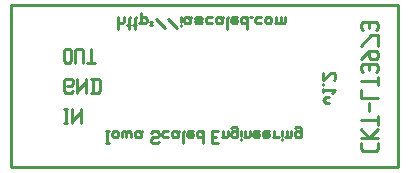
<source format=gbr>
G04 start of page 8 for group -4078 idx -4078 *
G04 Title: (unknown), bottomsilk *
G04 Creator: pcb 20110918 *
G04 CreationDate: Mon 01 Apr 2013 11:47:59 PM GMT UTC *
G04 For: railfan *
G04 Format: Gerber/RS-274X *
G04 PCB-Dimensions: 130000 55000 *
G04 PCB-Coordinate-Origin: lower left *
%MOIN*%
%FSLAX25Y25*%
%LNBOTTOMSILK*%
%ADD40C,0.0100*%
G54D40*X500Y54500D02*Y500D01*
X129500D02*Y54500D01*
X500Y500D02*X129500D01*
Y54500D02*X500D01*
X105500Y22000D02*X106500D01*
X105500D02*X104500Y23000D01*
X105500Y24000D01*
X106500D01*
X104500Y25700D02*Y26700D01*
Y26200D02*X108500D01*
X107500Y25200D02*X108500Y26200D01*
X104500Y27900D02*Y28400D01*
X108000Y29600D02*X108500Y30100D01*
Y31600D01*
X108000Y32100D01*
X107000D02*X108000D01*
X104500Y29600D02*X107000Y32100D01*
X104500Y29600D02*Y32100D01*
X32000Y8500D02*X33000D01*
X32500D02*Y12500D01*
X32000D02*X33000D01*
X34200Y11000D02*Y12000D01*
Y11000D02*X34700Y10500D01*
X35700D01*
X36200Y11000D01*
Y12000D01*
X35700Y12500D02*X36200Y12000D01*
X34700Y12500D02*X35700D01*
X34200Y12000D02*X34700Y12500D01*
X37400Y10500D02*Y12000D01*
X37900Y12500D01*
X38400D01*
X38900Y12000D01*
Y10500D02*Y12000D01*
X39400Y12500D01*
X39900D01*
X40400Y12000D01*
Y10500D02*Y12000D01*
X43100Y10500D02*X43600Y11000D01*
X42100Y10500D02*X43100D01*
X41600Y11000D02*X42100Y10500D01*
X41600Y11000D02*Y12000D01*
X42100Y12500D01*
X43600Y10500D02*Y12000D01*
X44100Y12500D01*
X42100D02*X43100D01*
X43600Y12000D01*
X49100Y8500D02*X49600Y9000D01*
X47600Y8500D02*X49100D01*
X47100Y9000D02*X47600Y8500D01*
X47100Y9000D02*Y10000D01*
X47600Y10500D01*
X49100D01*
X49600Y11000D01*
Y12000D01*
X49100Y12500D02*X49600Y12000D01*
X47600Y12500D02*X49100D01*
X47100Y12000D02*X47600Y12500D01*
X51300Y10500D02*X52800D01*
X50800Y11000D02*X51300Y10500D01*
X50800Y11000D02*Y12000D01*
X51300Y12500D01*
X52800D01*
X55500Y10500D02*X56000Y11000D01*
X54500Y10500D02*X55500D01*
X54000Y11000D02*X54500Y10500D01*
X54000Y11000D02*Y12000D01*
X54500Y12500D01*
X56000Y10500D02*Y12000D01*
X56500Y12500D01*
X54500D02*X55500D01*
X56000Y12000D01*
X57700Y8500D02*Y12000D01*
X58200Y12500D01*
X59700D02*X61200D01*
X59200Y12000D02*X59700Y12500D01*
X59200Y11000D02*Y12000D01*
Y11000D02*X59700Y10500D01*
X60700D01*
X61200Y11000D01*
X59200Y11500D02*X61200D01*
Y11000D02*Y11500D01*
X64400Y8500D02*Y12500D01*
X63900D02*X64400Y12000D01*
X62900Y12500D02*X63900D01*
X62400Y12000D02*X62900Y12500D01*
X62400Y11000D02*Y12000D01*
Y11000D02*X62900Y10500D01*
X63900D01*
X64400Y11000D01*
X67400Y10500D02*X68900D01*
X67400Y12500D02*X69400D01*
X67400Y8500D02*Y12500D01*
Y8500D02*X69400D01*
X71100Y11000D02*Y12500D01*
Y11000D02*X71600Y10500D01*
X72100D01*
X72600Y11000D01*
Y12500D01*
X70600Y10500D02*X71100Y11000D01*
X75300Y10500D02*X75800Y11000D01*
X74300Y10500D02*X75300D01*
X73800Y11000D02*X74300Y10500D01*
X73800Y11000D02*Y12000D01*
X74300Y12500D01*
X75300D01*
X75800Y12000D01*
X73800Y13500D02*X74300Y14000D01*
X75300D01*
X75800Y13500D01*
Y10500D02*Y13500D01*
X77000Y9500D02*Y10000D01*
Y11000D02*Y12500D01*
X78500Y11000D02*Y12500D01*
Y11000D02*X79000Y10500D01*
X79500D01*
X80000Y11000D01*
Y12500D01*
X78000Y10500D02*X78500Y11000D01*
X81700Y12500D02*X83200D01*
X81200Y12000D02*X81700Y12500D01*
X81200Y11000D02*Y12000D01*
Y11000D02*X81700Y10500D01*
X82700D01*
X83200Y11000D01*
X81200Y11500D02*X83200D01*
Y11000D02*Y11500D01*
X84900Y12500D02*X86400D01*
X84400Y12000D02*X84900Y12500D01*
X84400Y11000D02*Y12000D01*
Y11000D02*X84900Y10500D01*
X85900D01*
X86400Y11000D01*
X84400Y11500D02*X86400D01*
Y11000D02*Y11500D01*
X88100Y11000D02*Y12500D01*
Y11000D02*X88600Y10500D01*
X89600D01*
X87600D02*X88100Y11000D01*
X90800Y9500D02*Y10000D01*
Y11000D02*Y12500D01*
X92300Y11000D02*Y12500D01*
Y11000D02*X92800Y10500D01*
X93300D01*
X93800Y11000D01*
Y12500D01*
X91800Y10500D02*X92300Y11000D01*
X96500Y10500D02*X97000Y11000D01*
X95500Y10500D02*X96500D01*
X95000Y11000D02*X95500Y10500D01*
X95000Y11000D02*Y12000D01*
X95500Y12500D01*
X96500D01*
X97000Y12000D01*
X95000Y13500D02*X95500Y14000D01*
X96500D01*
X97000Y13500D01*
Y10500D02*Y13500D01*
X117150Y6685D02*Y8740D01*
X117835Y6000D02*X117150Y6685D01*
X117835Y6000D02*X121945D01*
X122630Y6685D01*
Y8740D01*
X117150Y10384D02*X122630D01*
X119890D02*X122630Y13124D01*
X119890Y10384D02*X117150Y13124D01*
X122630Y14768D02*Y17508D01*
X117150Y16138D02*X122630D01*
X119890Y19152D02*Y21892D01*
X117150Y23536D02*X122630D01*
X117150D02*Y26276D01*
X122630Y27920D02*Y30660D01*
X117150Y29290D02*X122630D01*
X121945Y32304D02*X122630Y32989D01*
Y34359D01*
X121945Y35044D01*
X117835D02*X121945D01*
X117150Y34359D02*X117835Y35044D01*
X117150Y32989D02*Y34359D01*
X117835Y32304D02*X117150Y32989D01*
X119890D02*Y35044D01*
X117150Y36688D02*X119890Y39428D01*
X121945D01*
X122630Y38743D02*X121945Y39428D01*
X122630Y37373D02*Y38743D01*
X121945Y36688D02*X122630Y37373D01*
X120575Y36688D02*X121945D01*
X120575D02*X119890Y37373D01*
Y39428D01*
X117150Y41072D02*X120575Y44497D01*
X122630D01*
Y41072D02*Y44497D01*
X121945Y46141D02*X122630Y46826D01*
Y48196D01*
X121945Y48881D01*
X117835D02*X121945D01*
X117150Y48196D02*X117835Y48881D01*
X117150Y46826D02*Y48196D01*
X117835Y46141D02*X117150Y46826D01*
X119890D02*Y48881D01*
X36000Y46500D02*Y50500D01*
Y49000D02*X36500Y48500D01*
X37500D01*
X38000Y49000D01*
Y50500D01*
X39700Y46500D02*Y50000D01*
X40200Y50500D01*
X39200Y48000D02*X40200D01*
X41700Y46500D02*Y50000D01*
X42200Y50500D01*
X41200Y48000D02*X42200D01*
X43700Y49000D02*Y52000D01*
X43200Y48500D02*X43700Y49000D01*
X44200Y48500D01*
X45200D01*
X45700Y49000D01*
Y50000D01*
X45200Y50500D02*X45700Y50000D01*
X44200Y50500D02*X45200D01*
X43700Y50000D02*X44200Y50500D01*
X46900Y48000D02*X47400D01*
X46900Y49000D02*X47400D01*
X48600Y50000D02*X51600Y47000D01*
X52800Y50000D02*X55800Y47000D01*
X57000Y47500D02*Y48000D01*
Y49000D02*Y50500D01*
X59500Y48500D02*X60000Y49000D01*
X58500Y48500D02*X59500D01*
X58000Y49000D02*X58500Y48500D01*
X58000Y49000D02*Y50000D01*
X58500Y50500D01*
X60000Y48500D02*Y50000D01*
X60500Y50500D01*
X58500D02*X59500D01*
X60000Y50000D01*
X62200Y50500D02*X63700D01*
X64200Y50000D01*
X63700Y49500D02*X64200Y50000D01*
X62200Y49500D02*X63700D01*
X61700Y49000D02*X62200Y49500D01*
X61700Y49000D02*X62200Y48500D01*
X63700D01*
X64200Y49000D01*
X61700Y50000D02*X62200Y50500D01*
X65900Y48500D02*X67400D01*
X65400Y49000D02*X65900Y48500D01*
X65400Y49000D02*Y50000D01*
X65900Y50500D01*
X67400D01*
X70100Y48500D02*X70600Y49000D01*
X69100Y48500D02*X70100D01*
X68600Y49000D02*X69100Y48500D01*
X68600Y49000D02*Y50000D01*
X69100Y50500D01*
X70600Y48500D02*Y50000D01*
X71100Y50500D01*
X69100D02*X70100D01*
X70600Y50000D01*
X72300Y46500D02*Y50000D01*
X72800Y50500D01*
X74300D02*X75800D01*
X73800Y50000D02*X74300Y50500D01*
X73800Y49000D02*Y50000D01*
Y49000D02*X74300Y48500D01*
X75300D01*
X75800Y49000D01*
X73800Y49500D02*X75800D01*
Y49000D02*Y49500D01*
X79000Y46500D02*Y50500D01*
X78500D02*X79000Y50000D01*
X77500Y50500D02*X78500D01*
X77000Y50000D02*X77500Y50500D01*
X77000Y49000D02*Y50000D01*
Y49000D02*X77500Y48500D01*
X78500D01*
X79000Y49000D01*
X80200Y50500D02*X80700D01*
X82400Y48500D02*X83900D01*
X81900Y49000D02*X82400Y48500D01*
X81900Y49000D02*Y50000D01*
X82400Y50500D01*
X83900D01*
X85100Y49000D02*Y50000D01*
Y49000D02*X85600Y48500D01*
X86600D01*
X87100Y49000D01*
Y50000D01*
X86600Y50500D02*X87100Y50000D01*
X85600Y50500D02*X86600D01*
X85100Y50000D02*X85600Y50500D01*
X88800Y49000D02*Y50500D01*
Y49000D02*X89300Y48500D01*
X89800D01*
X90300Y49000D01*
Y50500D01*
Y49000D02*X90800Y48500D01*
X91300D01*
X91800Y49000D01*
Y50500D01*
X88300Y48500D02*X88800Y49000D01*
X18000Y35830D02*Y39490D01*
Y35830D02*X18610Y35220D01*
X19830D01*
X20440Y35830D01*
Y39490D01*
X19830Y40100D02*X20440Y39490D01*
X18610Y40100D02*X19830D01*
X18000Y39490D02*X18610Y40100D01*
X21904Y35220D02*Y39490D01*
X22514Y40100D01*
X23734D01*
X24344Y39490D01*
Y35220D02*Y39490D01*
X25808Y35220D02*X28248D01*
X27028D02*Y40100D01*
X18000Y15220D02*X19220D01*
X18610D02*Y20100D01*
X18000D02*X19220D01*
X20684Y15220D02*Y20100D01*
Y15220D02*Y15830D01*
X23734Y18880D01*
Y15220D02*Y20100D01*
X20440Y25220D02*X21050Y25830D01*
X18610Y25220D02*X20440D01*
X18000Y25830D02*X18610Y25220D01*
X18000Y25830D02*Y29490D01*
X18610Y30100D01*
X20440D01*
X21050Y29490D01*
Y28270D02*Y29490D01*
X20440Y27660D02*X21050Y28270D01*
X19220Y27660D02*X20440D01*
X22514Y25220D02*Y30100D01*
Y25220D02*Y25830D01*
X25564Y28880D01*
Y25220D02*Y30100D01*
X27638Y25220D02*Y30100D01*
X29468Y25220D02*X30078Y25830D01*
Y29490D01*
X29468Y30100D02*X30078Y29490D01*
X27028Y30100D02*X29468D01*
X27028Y25220D02*X29468D01*
M02*

</source>
